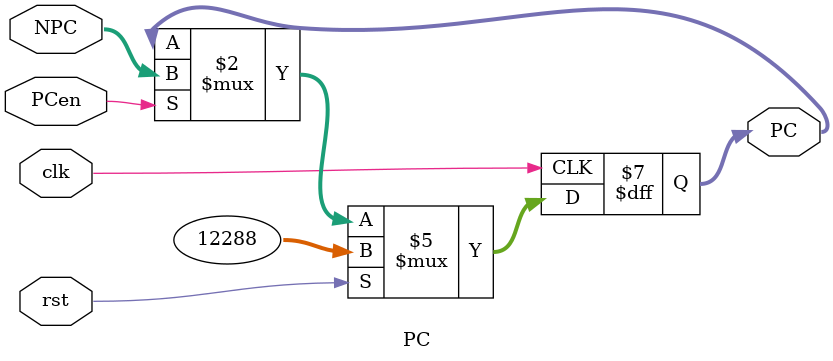
<source format=v>
`timescale 1ns / 1ps


module PC( clk, rst,PCen,NPC, PC );          
   input clk;
   input rst;
   input PCen;
   input[31:0] NPC;
   output[31:0] PC;
   
   reg [31:0] PC;            
   always @(posedge clk ) begin
      if ( rst ) 
         PC <= 32'h0000_3000;   
      else 
         if (PCen)
            PC <= NPC;
   end // end always         
endmodule




</source>
